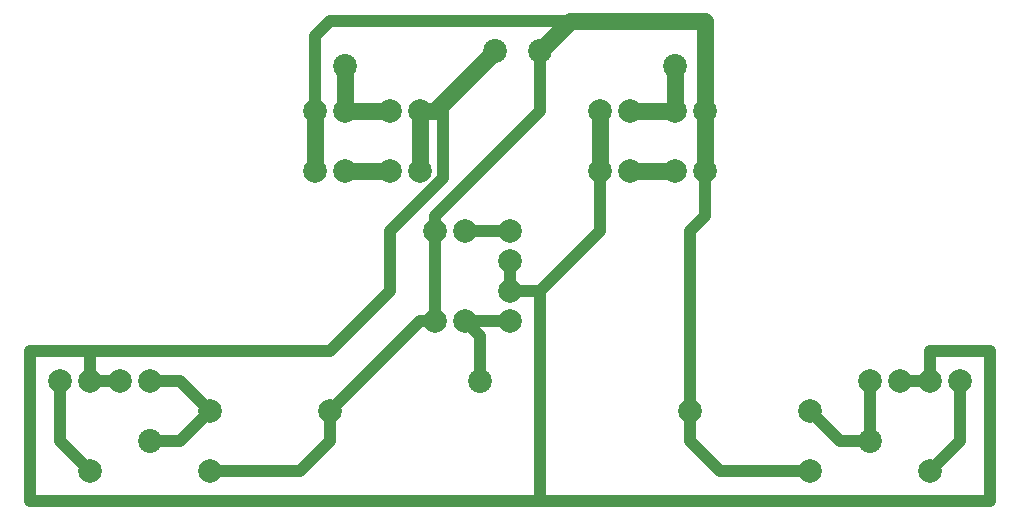
<source format=gbr>
G04 #@! TF.FileFunction,Copper,L1,Top,Signal*
%FSLAX46Y46*%
G04 Gerber Fmt 4.6, Leading zero omitted, Abs format (unit mm)*
G04 Created by KiCad (PCBNEW 4.0.2+dfsg1-stable) date Чцв 24 Сак 2016 23:06:58*
%MOMM*%
G01*
G04 APERTURE LIST*
%ADD10C,0.100000*%
%ADD11C,2.000000*%
%ADD12C,2.024000*%
%ADD13C,1.998980*%
%ADD14C,1.400000*%
%ADD15C,1.000000*%
G04 APERTURE END LIST*
D10*
D11*
X167640000Y-104140000D03*
X165100000Y-104140000D03*
X167640000Y-99060000D03*
X165100000Y-99060000D03*
X147320000Y-104140000D03*
X149860000Y-104140000D03*
X147320000Y-99060000D03*
X149860000Y-99060000D03*
X157480000Y-109220000D03*
X157480000Y-111760000D03*
X157480000Y-116840000D03*
X157480000Y-114300000D03*
X119380000Y-121920000D03*
X121920000Y-121920000D03*
X127000000Y-121920000D03*
X124460000Y-121920000D03*
X195580000Y-121920000D03*
X193040000Y-121920000D03*
X187960000Y-121920000D03*
X190500000Y-121920000D03*
D12*
X156210000Y-93980000D03*
X160020000Y-93980000D03*
X171450000Y-95250000D03*
X143510000Y-95250000D03*
X154940000Y-121920000D03*
X127000000Y-127000000D03*
X187960000Y-127000000D03*
D13*
X171450000Y-104140000D03*
X173990000Y-104140000D03*
X171450000Y-99060000D03*
X173990000Y-99060000D03*
X143510000Y-104140000D03*
X140970000Y-104140000D03*
X143510000Y-99060000D03*
X140970000Y-99060000D03*
X153670000Y-109220000D03*
X151130000Y-109220000D03*
X153670000Y-116840000D03*
X151130000Y-116840000D03*
X121920000Y-129540000D03*
X132080000Y-129540000D03*
X193040000Y-129540000D03*
X182880000Y-129540000D03*
X182880000Y-124460000D03*
X172720000Y-124460000D03*
X132080000Y-124460000D03*
X142240000Y-124460000D03*
D14*
X171450000Y-104140000D02*
X167640000Y-104140000D01*
D15*
X151765000Y-98425000D02*
X151765000Y-104775000D01*
X142240000Y-119380000D02*
X121920000Y-119380000D01*
X147320000Y-114300000D02*
X142240000Y-119380000D01*
X147320000Y-109220000D02*
X147320000Y-114300000D01*
X151765000Y-104775000D02*
X147320000Y-109220000D01*
X121920000Y-121920000D02*
X121920000Y-119380000D01*
X116840000Y-132080000D02*
X160020000Y-132080000D01*
X121920000Y-119380000D02*
X116840000Y-119380000D01*
X116840000Y-119380000D02*
X116840000Y-132080000D01*
X193040000Y-121920000D02*
X193040000Y-119380000D01*
X193040000Y-119380000D02*
X195580000Y-119380000D01*
X195580000Y-119380000D02*
X198120000Y-119380000D01*
X198120000Y-119380000D02*
X198120000Y-132080000D01*
X198120000Y-132080000D02*
X160020000Y-132080000D01*
X160020000Y-132080000D02*
X160020000Y-114300000D01*
X165100000Y-104140000D02*
X165100000Y-109220000D01*
X165100000Y-109220000D02*
X160020000Y-114300000D01*
X160020000Y-114300000D02*
X157480000Y-114300000D01*
X157480000Y-111760000D02*
X157480000Y-114300000D01*
X193040000Y-121920000D02*
X190500000Y-121920000D01*
X121920000Y-121920000D02*
X124460000Y-121920000D01*
D14*
X149860000Y-99060000D02*
X151130000Y-99060000D01*
X151130000Y-99060000D02*
X151765000Y-98425000D01*
X151765000Y-98425000D02*
X156210000Y-93980000D01*
X165100000Y-104140000D02*
X165100000Y-99060000D01*
X149860000Y-99060000D02*
X149860000Y-104140000D01*
X171450000Y-99060000D02*
X171450000Y-95250000D01*
X167640000Y-99060000D02*
X171450000Y-99060000D01*
X143510000Y-104140000D02*
X147320000Y-104140000D01*
X143510000Y-99060000D02*
X143510000Y-95250000D01*
X147320000Y-99060000D02*
X143510000Y-99060000D01*
D15*
X157480000Y-109220000D02*
X153670000Y-109220000D01*
X154940000Y-121920000D02*
X154940000Y-118110000D01*
X154940000Y-118110000D02*
X153670000Y-116840000D01*
X153670000Y-116840000D02*
X157480000Y-116840000D01*
X121920000Y-129540000D02*
X119380000Y-127000000D01*
X119380000Y-127000000D02*
X119380000Y-121920000D01*
X127000000Y-127000000D02*
X129540000Y-127000000D01*
X129540000Y-127000000D02*
X132080000Y-124460000D01*
X127000000Y-121920000D02*
X129540000Y-121920000D01*
X129540000Y-121920000D02*
X132080000Y-124460000D01*
X193040000Y-129540000D02*
X195580000Y-127000000D01*
X195580000Y-127000000D02*
X195580000Y-121920000D01*
X187960000Y-127000000D02*
X185420000Y-127000000D01*
X185420000Y-127000000D02*
X182880000Y-124460000D01*
X187960000Y-121920000D02*
X187960000Y-127000000D01*
X140970000Y-99060000D02*
X140970000Y-92710000D01*
X142240000Y-91440000D02*
X162560000Y-91440000D01*
X140970000Y-92710000D02*
X142240000Y-91440000D01*
X151130000Y-109220000D02*
X151130000Y-107950000D01*
X160020000Y-99060000D02*
X160020000Y-93980000D01*
X151130000Y-107950000D02*
X160020000Y-99060000D01*
X151130000Y-116840000D02*
X151130000Y-109220000D01*
X172720000Y-124460000D02*
X172720000Y-109220000D01*
X173990000Y-107950000D02*
X173990000Y-104140000D01*
X172720000Y-109220000D02*
X173990000Y-107950000D01*
X151130000Y-116840000D02*
X149860000Y-116840000D01*
X149860000Y-116840000D02*
X142240000Y-124460000D01*
X172720000Y-124460000D02*
X172720000Y-127000000D01*
X175260000Y-129540000D02*
X182880000Y-129540000D01*
X172720000Y-127000000D02*
X175260000Y-129540000D01*
X132080000Y-129540000D02*
X139700000Y-129540000D01*
X142240000Y-127000000D02*
X142240000Y-124460000D01*
X139700000Y-129540000D02*
X142240000Y-127000000D01*
D14*
X173990000Y-99060000D02*
X173990000Y-91440000D01*
X162560000Y-91440000D02*
X173990000Y-91440000D01*
X160020000Y-93980000D02*
X162560000Y-91440000D01*
X173990000Y-99060000D02*
X173990000Y-104140000D01*
X140970000Y-104140000D02*
X140970000Y-99060000D01*
M02*

</source>
